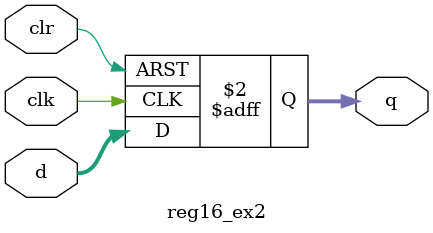
<source format=v>
module reg16_ex2(clk,clr,d,q);

	input clk,clr;
	input [15:0] d;
	output reg [15:0] q;

	always @ (posedge clk or posedge clr)
	begin
		if(clr)
			q <= 16'h0000;
		else
			q <= d;
	end

endmodule

</source>
